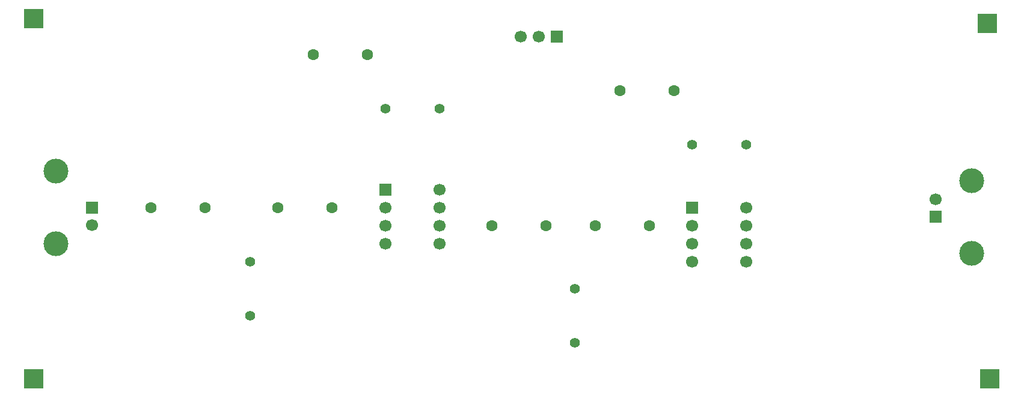
<source format=gbs>
G04*
G04 #@! TF.GenerationSoftware,Altium Limited,Altium Designer,22.7.1 (60)*
G04*
G04 Layer_Color=16711935*
%FSLAX42Y42*%
%MOMM*%
G71*
G04*
G04 #@! TF.SameCoordinates,5E95509D-5024-4279-8DF4-8E0BA65E4A92*
G04*
G04*
G04 #@! TF.FilePolarity,Negative*
G04*
G01*
G75*
%ADD14C,3.50*%
%ADD15C,1.70*%
%ADD16R,1.70X1.70*%
%ADD17C,1.60*%
%ADD18C,1.40*%
%ADD19C,1.70*%
%ADD20R,1.70X1.70*%
%ADD29R,2.70X2.70*%
D14*
X3866Y7755D02*
D03*
Y6735D02*
D03*
X16764Y6600D02*
D03*
Y7620D02*
D03*
D15*
X4376Y6995D02*
D03*
X16254Y7360D02*
D03*
X10668Y9652D02*
D03*
X10414D02*
D03*
D16*
X4376Y7245D02*
D03*
X16254Y7110D02*
D03*
X10922Y9652D02*
D03*
D17*
X8255Y9398D02*
D03*
X7493D02*
D03*
X12573Y8890D02*
D03*
X11811D02*
D03*
X7751Y7245D02*
D03*
X6989D02*
D03*
X5967D02*
D03*
X5205D02*
D03*
X12218Y6987D02*
D03*
X11456D02*
D03*
X10768D02*
D03*
X10006D02*
D03*
D18*
X8509Y8636D02*
D03*
X9271D02*
D03*
X12827Y8128D02*
D03*
X13589D02*
D03*
X11176Y6096D02*
D03*
Y5334D02*
D03*
X6604Y6477D02*
D03*
Y5715D02*
D03*
D19*
X9271Y6731D02*
D03*
Y6985D02*
D03*
Y7239D02*
D03*
Y7493D02*
D03*
X8509Y6731D02*
D03*
Y6985D02*
D03*
Y7239D02*
D03*
X13589Y6477D02*
D03*
Y6731D02*
D03*
Y6985D02*
D03*
Y7239D02*
D03*
X12827Y6477D02*
D03*
Y6731D02*
D03*
Y6985D02*
D03*
D20*
X8509Y7493D02*
D03*
X12827Y7239D02*
D03*
D29*
X16980Y9838D02*
D03*
X17018Y4826D02*
D03*
X3556D02*
D03*
Y9906D02*
D03*
M02*

</source>
